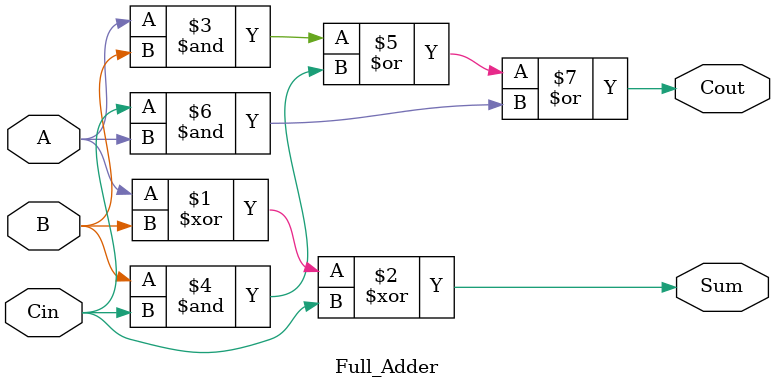
<source format=v>
module Full_Adder (A,B,Cin,Sum,Cout);
    input A,B,Cin;
    output Sum,Cout;
    assign Sum = A^B^Cin;
    assign Cout = (A&B)|(B&Cin)|(Cin&A);
endmodule
</source>
